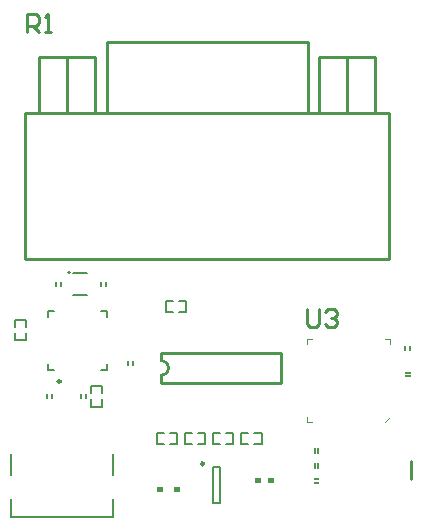
<source format=gto>
G04*
G04 #@! TF.GenerationSoftware,Altium Limited,Altium Designer,21.9.2 (33)*
G04*
G04 Layer_Color=65535*
%FSLAX25Y25*%
%MOIN*%
G70*
G04*
G04 #@! TF.SameCoordinates,B3B583D4-C640-4B2B-ADA5-D9C5F36933B9*
G04*
G04*
G04 #@! TF.FilePolarity,Positive*
G04*
G01*
G75*
%ADD10C,0.00984*%
%ADD11C,0.00787*%
%ADD12C,0.01000*%
%ADD13C,0.00100*%
%ADD14C,0.00591*%
%ADD15C,0.00600*%
%ADD16C,0.00800*%
%ADD17C,0.00394*%
G36*
X325450Y442350D02*
X325100Y442350D01*
Y443650D01*
X325450Y443650D01*
Y442350D01*
D02*
G37*
G36*
X323900D02*
X323550D01*
Y443650D01*
X323900D01*
Y442350D01*
D02*
G37*
G36*
X310450D02*
X310100D01*
Y443650D01*
X310450D01*
Y442350D01*
D02*
G37*
G36*
X308900Y443650D02*
Y442350D01*
X308550Y442350D01*
Y443650D01*
X308900Y443650D01*
D02*
G37*
G36*
X334450Y415850D02*
X334100Y415850D01*
Y417150D01*
X334450Y417150D01*
Y415850D01*
D02*
G37*
G36*
X332900D02*
X332550D01*
Y417150D01*
X332900D01*
Y415850D01*
D02*
G37*
G36*
X318950Y404850D02*
X318600D01*
Y406150D01*
X318950D01*
Y404850D01*
D02*
G37*
G36*
X317400Y406150D02*
Y404850D01*
X317050Y404850D01*
Y406150D01*
X317400Y406150D01*
D02*
G37*
G36*
X307450Y404850D02*
X307100Y404850D01*
Y406150D01*
X307450Y406150D01*
Y404850D01*
D02*
G37*
G36*
X305900D02*
X305550D01*
Y406150D01*
X305900D01*
Y404850D01*
D02*
G37*
G36*
X349900Y374800D02*
X348100D01*
Y375150D01*
X349900D01*
Y374800D01*
D02*
G37*
G36*
X344400D02*
X342600D01*
Y375150D01*
X344400D01*
Y374800D01*
D02*
G37*
G36*
X349900Y373850D02*
X348100D01*
Y374200D01*
X349900D01*
Y373850D01*
D02*
G37*
G36*
X344400D02*
X342600D01*
Y374200D01*
X344400D01*
Y373850D01*
D02*
G37*
G36*
X426950Y420850D02*
X426600D01*
Y422150D01*
X426950D01*
Y420850D01*
D02*
G37*
G36*
X425400Y422150D02*
Y420850D01*
X425050Y420850D01*
Y422150D01*
X425400Y422150D01*
D02*
G37*
G36*
X426900Y413300D02*
X425100D01*
Y413650D01*
X426900D01*
Y413300D01*
D02*
G37*
G36*
Y412350D02*
X425100D01*
Y412700D01*
X426900D01*
Y412350D01*
D02*
G37*
G36*
X396150Y386600D02*
X395800D01*
Y388400D01*
X396150D01*
Y386600D01*
D02*
G37*
G36*
X395200D02*
X394850D01*
Y388400D01*
X395200D01*
Y386600D01*
D02*
G37*
G36*
X396150Y381600D02*
X395800D01*
Y383400D01*
X396150D01*
Y381600D01*
D02*
G37*
G36*
X395200D02*
X394850D01*
Y383400D01*
X395200D01*
Y381600D01*
D02*
G37*
G36*
X396150Y378100D02*
X394850D01*
Y378450D01*
X396150D01*
Y378100D01*
D02*
G37*
G36*
X381400Y377800D02*
X379600D01*
Y378150D01*
X381400D01*
Y377800D01*
D02*
G37*
G36*
X376900D02*
X375100D01*
Y378150D01*
X376900D01*
Y377800D01*
D02*
G37*
G36*
X381400Y376850D02*
X379600D01*
Y377200D01*
X381400D01*
Y376850D01*
D02*
G37*
G36*
X376900D02*
X375100D01*
Y377200D01*
X376900D01*
Y376850D01*
D02*
G37*
G36*
X396150Y376550D02*
X394850D01*
X394850Y376900D01*
X396150D01*
X396150Y376550D01*
D02*
G37*
D10*
X358268Y383087D02*
G03*
X358268Y383087I-492J0D01*
G01*
X310492Y410500D02*
G03*
X310492Y410500I-492J0D01*
G01*
D11*
X313653Y446839D02*
G03*
X313653Y446839I-394J0D01*
G01*
X363681Y369898D02*
Y382102D01*
X361319Y369898D02*
Y382102D01*
Y369898D02*
X363681D01*
X361319Y382102D02*
X363681D01*
D12*
X344000Y412500D02*
G03*
X344000Y417500I0J2500D01*
G01*
Y410000D02*
Y412500D01*
Y417500D02*
Y420000D01*
X384000D01*
Y410000D02*
Y420000D01*
X344000Y410000D02*
X384000D01*
X298578Y451280D02*
Y499902D01*
X419995Y451280D02*
Y499902D01*
X298578Y451280D02*
X419995D01*
X392751Y499902D02*
Y523525D01*
X325822Y499902D02*
Y523525D01*
X392751D01*
X303281Y499902D02*
Y518800D01*
X321982D01*
Y499902D02*
Y518800D01*
X312464Y499902D02*
Y518800D01*
X396678Y499902D02*
Y518800D01*
X415379D01*
Y499902D02*
Y518800D01*
X405862Y499902D02*
Y518800D01*
X298578Y499902D02*
X419995D01*
X427200Y377900D02*
Y384000D01*
X392600Y434598D02*
Y429600D01*
X393600Y428600D01*
X395599D01*
X396599Y429600D01*
Y434598D01*
X398598Y433598D02*
X399598Y434598D01*
X401597D01*
X402597Y433598D01*
Y432599D01*
X401597Y431599D01*
X400597D01*
X401597D01*
X402597Y430599D01*
Y429600D01*
X401597Y428600D01*
X399598D01*
X398598Y429600D01*
X299100Y527000D02*
Y532998D01*
X302099D01*
X303099Y531998D01*
Y529999D01*
X302099Y528999D01*
X299100D01*
X301099D02*
X303099Y527000D01*
X305098D02*
X307097D01*
X306098D01*
Y532998D01*
X305098Y531998D01*
D13*
X344400Y374800D02*
Y375150D01*
X342600Y374800D02*
Y375150D01*
Y374800D02*
X344400D01*
X342600Y375150D02*
X344400D01*
X342600Y373850D02*
X344400D01*
X342600Y374200D02*
X344400D01*
Y373850D02*
Y374200D01*
X342600Y373850D02*
Y374200D01*
X349900Y374800D02*
Y375150D01*
X348100Y374800D02*
Y375150D01*
Y374800D02*
X349900D01*
X348100Y375150D02*
X349900D01*
X348100Y373850D02*
X349900D01*
X348100Y374200D02*
X349900D01*
Y373850D02*
Y374200D01*
X348100Y373850D02*
Y374200D01*
X381400Y377800D02*
Y378150D01*
X379600Y377800D02*
Y378150D01*
Y377800D02*
X381400D01*
X379600Y378150D02*
X381400D01*
X379600Y376850D02*
X381400D01*
X379600Y377200D02*
X381400D01*
Y376850D02*
Y377200D01*
X379600Y376850D02*
Y377200D01*
X376900Y377800D02*
Y378150D01*
X375100Y377800D02*
Y378150D01*
Y377800D02*
X376900D01*
X375100Y378150D02*
X376900D01*
X375100Y376850D02*
X376900D01*
X375100Y377200D02*
X376900D01*
Y376850D02*
Y377200D01*
X375100Y376850D02*
Y377200D01*
X308550Y442350D02*
Y443650D01*
X308900Y443650D01*
Y442350D02*
Y443650D01*
X308550Y442350D02*
X308900Y442350D01*
X310100Y443650D02*
X310450D01*
X310100Y442350D02*
Y443650D01*
Y442350D02*
X310450D01*
Y443650D01*
X325450Y442350D02*
Y443650D01*
X325100Y442350D02*
X325450Y442350D01*
X325100Y442350D02*
Y443650D01*
X325450Y443650D01*
X323550Y442350D02*
X323900D01*
Y443650D01*
X323550D02*
X323900D01*
X323550Y442350D02*
Y443650D01*
X334450Y415850D02*
Y417150D01*
X334100Y415850D02*
X334450Y415850D01*
X334100Y415850D02*
Y417150D01*
X334450Y417150D01*
X332550Y415850D02*
X332900D01*
Y417150D01*
X332550D02*
X332900D01*
X332550Y415850D02*
Y417150D01*
X394850Y376550D02*
X396150D01*
X394850D02*
X394850Y376900D01*
X396150D01*
X396150Y376550D01*
X394850Y378100D02*
Y378450D01*
Y378100D02*
X396150D01*
Y378450D01*
X394850D02*
X396150D01*
X395800Y386600D02*
X396150D01*
X395800Y388400D02*
X396150D01*
X395800Y386600D02*
Y388400D01*
X396150Y386600D02*
Y388400D01*
X394850Y386600D02*
Y388400D01*
X395200Y386600D02*
Y388400D01*
X394850Y386600D02*
X395200D01*
X394850Y388400D02*
X395200D01*
X395800Y381600D02*
X396150D01*
X395800Y383400D02*
X396150D01*
X395800Y381600D02*
Y383400D01*
X396150Y381600D02*
Y383400D01*
X394850Y381600D02*
Y383400D01*
X395200Y381600D02*
Y383400D01*
X394850Y381600D02*
X395200D01*
X394850Y383400D02*
X395200D01*
X425050Y420850D02*
Y422150D01*
X425400Y422150D01*
Y420850D02*
Y422150D01*
X425050Y420850D02*
X425400Y420850D01*
X426600Y422150D02*
X426950D01*
X426600Y420850D02*
Y422150D01*
Y420850D02*
X426950D01*
Y422150D01*
X425100Y412350D02*
Y412700D01*
X426900Y412350D02*
Y412700D01*
X425100D02*
X426900D01*
X425100Y412350D02*
X426900D01*
X425100Y413650D02*
X426900D01*
X425100Y413300D02*
X426900D01*
X425100D02*
Y413650D01*
X426900Y413300D02*
Y413650D01*
X317050Y404850D02*
Y406150D01*
X317400Y406150D01*
Y404850D02*
Y406150D01*
X317050Y404850D02*
X317400Y404850D01*
X318600Y406150D02*
X318950D01*
X318600Y404850D02*
Y406150D01*
Y404850D02*
X318950D01*
Y406150D01*
X307450Y404850D02*
Y406150D01*
X307100Y404850D02*
X307450Y404850D01*
X307100Y404850D02*
Y406150D01*
X307450Y406150D01*
X305550Y404850D02*
X305900D01*
Y406150D01*
X305550D02*
X305900D01*
X305550Y404850D02*
Y406150D01*
D14*
X314638Y446543D02*
X319362D01*
X314638Y439457D02*
X319362D01*
D15*
X368068Y389700D02*
Y393300D01*
X365623D02*
X368068D01*
X365623Y389700D02*
X368068D01*
X361178D02*
Y393300D01*
Y389700D02*
X363623D01*
X361179Y393300D02*
X363623D01*
X377445Y389700D02*
Y393300D01*
X375000D02*
X377445D01*
X375000Y389700D02*
X377445D01*
X370555D02*
Y393300D01*
Y389700D02*
X373000D01*
X370555Y393300D02*
X373000D01*
X358692Y389700D02*
Y393300D01*
X356247D02*
X358692D01*
X356247Y389700D02*
X358691D01*
X351802D02*
Y393300D01*
Y389700D02*
X354247D01*
X351802Y393300D02*
X354247D01*
X342425Y389700D02*
Y393300D01*
Y389700D02*
X344870D01*
X342425Y393300D02*
X344870D01*
X349315Y389700D02*
Y393300D01*
X346870D02*
X349315D01*
X346870Y389700D02*
X349315D01*
X345425Y433700D02*
Y437300D01*
Y433700D02*
X347870D01*
X345425Y437300D02*
X347870D01*
X352315Y433700D02*
Y437300D01*
X349870D02*
X352315D01*
X349870Y433700D02*
X352315D01*
X306150Y433850D02*
X308185D01*
X325850Y431815D02*
Y433850D01*
X306150Y414150D02*
Y416185D01*
X325850Y414150D02*
Y416185D01*
X323815Y433850D02*
X325850D01*
X306150Y431815D02*
Y433850D01*
Y414150D02*
X308185D01*
X323815D02*
X325850D01*
X320700Y408945D02*
X324300D01*
X320700Y406500D02*
Y408945D01*
X324300Y406500D02*
Y408945D01*
X320700Y402055D02*
X324300D01*
Y404500D01*
X320700Y402055D02*
Y404500D01*
X295200Y431075D02*
X298800D01*
X295200Y428630D02*
Y431075D01*
X298800Y428630D02*
Y431075D01*
X295200Y424185D02*
X298800D01*
Y426630D01*
X295200Y424185D02*
Y426630D01*
D16*
X294000Y365264D02*
X328055D01*
X294000D02*
Y371282D01*
X294028Y379281D02*
Y386281D01*
X328055Y365264D02*
Y371282D01*
X328028Y379281D02*
Y386281D01*
D17*
X392736Y396959D02*
Y398534D01*
Y396959D02*
X394311D01*
X392736Y424518D02*
X394311D01*
X420295Y422943D02*
Y424518D01*
X418720D02*
X420295D01*
X392736Y422943D02*
Y424518D01*
X418720Y396959D02*
X420295Y398534D01*
M02*

</source>
